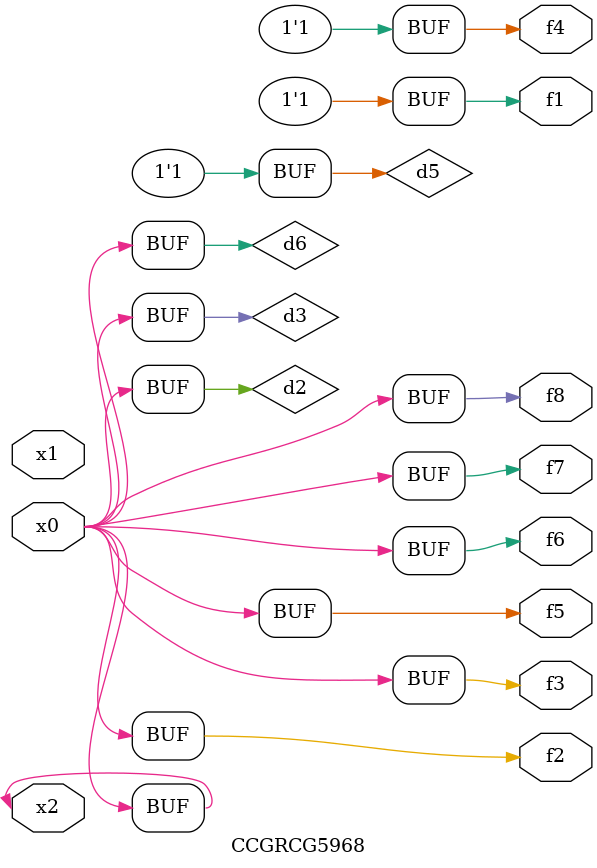
<source format=v>
module CCGRCG5968(
	input x0, x1, x2,
	output f1, f2, f3, f4, f5, f6, f7, f8
);

	wire d1, d2, d3, d4, d5, d6;

	xnor (d1, x2);
	buf (d2, x0, x2);
	and (d3, x0);
	xnor (d4, x1, x2);
	nand (d5, d1, d3);
	buf (d6, d2, d3);
	assign f1 = d5;
	assign f2 = d6;
	assign f3 = d6;
	assign f4 = d5;
	assign f5 = d6;
	assign f6 = d6;
	assign f7 = d6;
	assign f8 = d6;
endmodule

</source>
